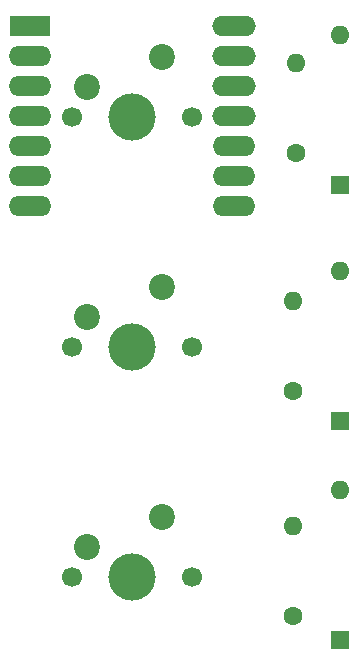
<source format=gbr>
%TF.GenerationSoftware,KiCad,Pcbnew,8.0.6*%
%TF.CreationDate,2024-10-22T22:58:12-04:00*%
%TF.ProjectId,Hackpad,4861636b-7061-4642-9e6b-696361645f70,rev?*%
%TF.SameCoordinates,Original*%
%TF.FileFunction,Soldermask,Bot*%
%TF.FilePolarity,Negative*%
%FSLAX46Y46*%
G04 Gerber Fmt 4.6, Leading zero omitted, Abs format (unit mm)*
G04 Created by KiCad (PCBNEW 8.0.6) date 2024-10-22 22:58:12*
%MOMM*%
%LPD*%
G01*
G04 APERTURE LIST*
%ADD10R,3.500000X1.700000*%
%ADD11O,3.600000X1.700000*%
%ADD12O,3.700000X1.700000*%
%ADD13C,1.700000*%
%ADD14C,4.000000*%
%ADD15C,2.200000*%
%ADD16O,1.600000X1.600000*%
%ADD17C,1.600000*%
%ADD18R,1.600000X1.600000*%
G04 APERTURE END LIST*
D10*
%TO.C,U1*%
X136250000Y-57380000D03*
D11*
X136250000Y-59920000D03*
X136250000Y-62460000D03*
X136250000Y-65000000D03*
X136250000Y-67540000D03*
X136250000Y-70080000D03*
X136250000Y-72620000D03*
X153500000Y-72620000D03*
X153500000Y-70080000D03*
X153500000Y-67540000D03*
D12*
X153500000Y-65000000D03*
X153500000Y-62460000D03*
X153500000Y-59920000D03*
X153500000Y-57380000D03*
%TD*%
D13*
%TO.C,SW3*%
X139830000Y-104000000D03*
D14*
X144910000Y-104000000D03*
D13*
X149990000Y-104000000D03*
D15*
X147450000Y-98920000D03*
X141100000Y-101460000D03*
%TD*%
D13*
%TO.C,SW2*%
X139830000Y-84580000D03*
D14*
X144910000Y-84580000D03*
D13*
X149990000Y-84580000D03*
D15*
X147450000Y-79500000D03*
X141100000Y-82040000D03*
%TD*%
D13*
%TO.C,SW1*%
X139830000Y-65120000D03*
D14*
X144910000Y-65120000D03*
D13*
X149990000Y-65120000D03*
D15*
X147450000Y-60040000D03*
X141100000Y-62580000D03*
%TD*%
D16*
%TO.C,R3*%
X158500000Y-99690000D03*
D17*
X158500000Y-107310000D03*
%TD*%
D16*
%TO.C,R2*%
X158500000Y-80690000D03*
D17*
X158500000Y-88310000D03*
%TD*%
%TO.C,R1*%
X158750000Y-68120000D03*
D16*
X158750000Y-60500000D03*
%TD*%
%TO.C,D5*%
X162500000Y-96650000D03*
D18*
X162500000Y-109350000D03*
%TD*%
D16*
%TO.C,D4*%
X162500000Y-78150000D03*
D18*
X162500000Y-90850000D03*
%TD*%
%TO.C,D1*%
X162500000Y-70850000D03*
D16*
X162500000Y-58150000D03*
%TD*%
M02*

</source>
